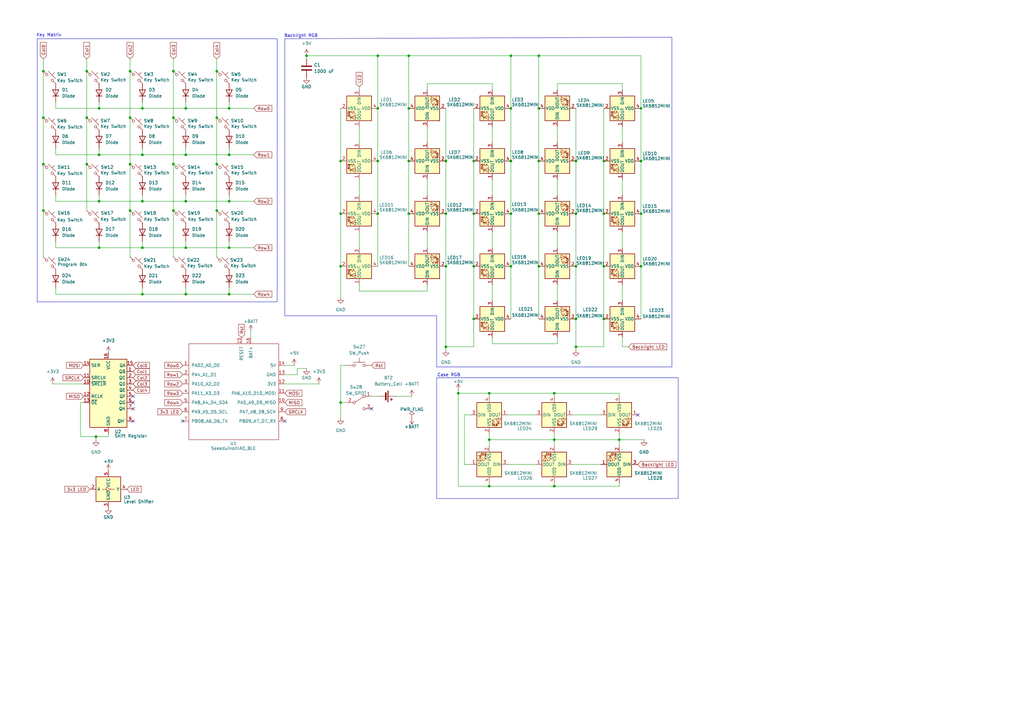
<source format=kicad_sch>
(kicad_sch (version 20250114) (generator "eeschema") (generator_version "9.0")
  (paper "A3")
  (rectangle (start 15.24 15.875) (end 113.665 123.825))
  (rectangle (start 179.07 154.94) (end 278.13 204.47))
  (text "Case RGB" (at 179.324 153.924 0) (effects (font (size 1.27 1.27)) (justify left)))
  (text "Backlight RGB\n" (at 123.444 14.732 0) (effects (font (size 1.27 1.27))))
  (text "Key Matrix" (at 20.066 14.478 0) (effects (font (size 1.27 1.27))))
  (junction (at 76.2 101.6))
  (junction (at 220.98 109.22))
  (junction (at 40.64 101.6))
  (junction (at 247.65 130.81))
  (junction (at 93.98 44.45))
  (junction (at 227.33 180.34))
  (junction (at 220.98 66.04))
  (junction (at 93.98 120.65))
  (junction (at 154.94 44.45))
  (junction (at 17.78 67.31))
  (junction (at 227.33 199.39))
  (junction (at 194.31 66.04))
  (junction (at 71.12 29.21))
  (junction (at 40.64 44.45))
  (junction (at 93.98 82.55))
  (junction (at 17.78 48.26))
  (junction (at 139.7 66.04))
  (junction (at 182.88 142.24))
  (junction (at 17.78 86.36))
  (junction (at 262.89 87.63))
  (junction (at 194.31 109.22))
  (junction (at 17.78 29.21))
  (junction (at 209.55 44.45))
  (junction (at 182.88 66.04))
  (junction (at 35.56 48.26))
  (junction (at 247.65 87.63))
  (junction (at 247.65 109.22))
  (junction (at 58.42 101.6))
  (junction (at 154.94 87.63))
  (junction (at 88.9 48.26))
  (junction (at 262.89 66.04))
  (junction (at 139.7 87.63))
  (junction (at 53.34 29.21))
  (junction (at 236.22 66.04))
  (junction (at 247.65 66.04))
  (junction (at 200.66 180.34))
  (junction (at 182.88 87.63))
  (junction (at 76.2 44.45))
  (junction (at 125.73 22.86))
  (junction (at 40.64 63.5))
  (junction (at 209.55 66.04))
  (junction (at 154.94 22.86))
  (junction (at 76.2 82.55))
  (junction (at 167.64 44.45))
  (junction (at 236.22 130.81))
  (junction (at 236.22 109.22))
  (junction (at 88.9 29.21))
  (junction (at 227.33 161.29))
  (junction (at 182.88 109.22))
  (junction (at 35.56 67.31))
  (junction (at 262.89 109.22))
  (junction (at 209.55 87.63))
  (junction (at 53.34 48.26))
  (junction (at 194.31 130.81))
  (junction (at 76.2 63.5))
  (junction (at 139.7 109.22))
  (junction (at 39.37 179.07))
  (junction (at 53.34 86.36))
  (junction (at 167.64 22.86))
  (junction (at 58.42 44.45))
  (junction (at 93.98 63.5))
  (junction (at 154.94 66.04))
  (junction (at 71.12 48.26))
  (junction (at 236.22 87.63))
  (junction (at 262.89 44.45))
  (junction (at 194.31 87.63))
  (junction (at 88.9 67.31))
  (junction (at 71.12 67.31))
  (junction (at 167.64 66.04))
  (junction (at 200.66 199.39))
  (junction (at 187.96 161.29))
  (junction (at 167.64 87.63))
  (junction (at 93.98 101.6))
  (junction (at 35.56 29.21))
  (junction (at 71.12 86.36))
  (junction (at 58.42 120.65))
  (junction (at 220.98 22.86))
  (junction (at 53.34 67.31))
  (junction (at 200.66 161.29))
  (junction (at 209.55 22.86))
  (junction (at 139.7 165.1))
  (junction (at 209.55 109.22))
  (junction (at 58.42 63.5))
  (junction (at 220.98 44.45))
  (junction (at 88.9 86.36))
  (junction (at 40.64 82.55))
  (junction (at 58.42 82.55))
  (junction (at 254 180.34))
  (junction (at 236.22 142.24))
  (junction (at 220.98 87.63))
  (junction (at 76.2 120.65))
  (no_connect (at 54.61 167.64))
  (no_connect (at 54.61 172.72))
  (no_connect (at 74.93 172.72))
  (no_connect (at 54.61 162.56))
  (no_connect (at 152.4 167.64))
  (no_connect (at 116.84 172.72))
  (no_connect (at 261.62 170.18))
  (no_connect (at 54.61 165.1))
  (polyline (pts (xy 179.07 129.54) (xy 116.84 129.54)))
  (wire (pts (xy 147.32 119.38) (xy 175.26 119.38)))
  (wire (pts (xy 234.95 170.18) (xy 246.38 170.18)))
  (wire (pts (xy 58.42 63.5) (xy 76.2 63.5)))
  (wire (pts (xy 39.37 179.07) (xy 44.45 179.07)))
  (wire (pts (xy 22.86 60.96) (xy 22.86 63.5)))
  (wire (pts (xy 154.94 22.86) (xy 167.64 22.86)))
  (wire (pts (xy 247.65 109.22) (xy 247.65 130.81)))
  (wire (pts (xy 22.86 118.11) (xy 22.86 120.65)))
  (wire (pts (xy 236.22 142.24) (xy 247.65 142.24)))
  (wire (pts (xy 200.66 177.8) (xy 200.66 180.34)))
  (wire (pts (xy 220.98 22.86) (xy 262.89 22.86)))
  (wire (pts (xy 201.93 73.66) (xy 201.93 80.01)))
  (wire (pts (xy 40.64 63.5) (xy 58.42 63.5)))
  (wire (pts (xy 93.98 80.01) (xy 93.98 82.55)))
  (wire (pts (xy 209.55 22.86) (xy 209.55 44.45)))
  (wire (pts (xy 262.89 109.22) (xy 262.89 130.81)))
  (wire (pts (xy 147.32 116.84) (xy 147.32 119.38)))
  (wire (pts (xy 236.22 87.63) (xy 236.22 109.22)))
  (wire (pts (xy 201.93 138.43) (xy 201.93 140.97)))
  (wire (pts (xy 228.6 73.66) (xy 228.6 80.01)))
  (wire (pts (xy 254 199.39) (xy 227.33 199.39)))
  (wire (pts (xy 182.88 44.45) (xy 182.88 66.04)))
  (wire (pts (xy 201.93 140.97) (xy 228.6 140.97)))
  (wire (pts (xy 76.2 44.45) (xy 93.98 44.45)))
  (wire (pts (xy 200.66 180.34) (xy 200.66 182.88)))
  (wire (pts (xy 58.42 101.6) (xy 76.2 101.6)))
  (wire (pts (xy 53.34 67.31) (xy 53.34 86.36)))
  (wire (pts (xy 44.45 179.07) (xy 44.45 177.8)))
  (wire (pts (xy 255.27 95.25) (xy 255.27 101.6)))
  (wire (pts (xy 40.64 60.96) (xy 40.64 63.5)))
  (wire (pts (xy 200.66 161.29) (xy 200.66 162.56)))
  (polyline (pts (xy 179.07 150.495) (xy 179.07 129.54)))
  (polyline (pts (xy 275.59 15.24) (xy 275.59 150.495)))
  (wire (pts (xy 220.98 22.86) (xy 220.98 44.45)))
  (wire (pts (xy 76.2 63.5) (xy 93.98 63.5)))
  (wire (pts (xy 53.34 29.21) (xy 53.34 48.26)))
  (wire (pts (xy 17.78 24.13) (xy 17.78 29.21)))
  (wire (pts (xy 88.9 48.26) (xy 88.9 67.31)))
  (wire (pts (xy 228.6 140.97) (xy 228.6 138.43)))
  (wire (pts (xy 254 177.8) (xy 254 180.34)))
  (wire (pts (xy 147.32 73.66) (xy 147.32 80.01)))
  (wire (pts (xy 76.2 99.06) (xy 76.2 101.6)))
  (wire (pts (xy 93.98 120.65) (xy 104.14 120.65)))
  (wire (pts (xy 147.32 95.25) (xy 147.32 101.6)))
  (wire (pts (xy 254 180.34) (xy 254 182.88)))
  (wire (pts (xy 247.65 130.81) (xy 247.65 142.24)))
  (wire (pts (xy 227.33 180.34) (xy 254 180.34)))
  (wire (pts (xy 17.78 29.21) (xy 17.78 48.26)))
  (wire (pts (xy 236.22 66.04) (xy 236.22 87.63)))
  (wire (pts (xy 227.33 198.12) (xy 227.33 199.39)))
  (wire (pts (xy 227.33 180.34) (xy 227.33 182.88)))
  (wire (pts (xy 182.88 142.24) (xy 194.31 142.24)))
  (wire (pts (xy 58.42 60.96) (xy 58.42 63.5)))
  (wire (pts (xy 71.12 29.21) (xy 71.12 48.26)))
  (wire (pts (xy 40.64 41.91) (xy 40.64 44.45)))
  (wire (pts (xy 139.7 109.22) (xy 139.7 121.92)))
  (wire (pts (xy 33.02 165.1) (xy 33.02 179.07)))
  (wire (pts (xy 58.42 99.06) (xy 58.42 101.6)))
  (wire (pts (xy 93.98 60.96) (xy 93.98 63.5)))
  (wire (pts (xy 194.31 87.63) (xy 194.31 109.22)))
  (wire (pts (xy 209.55 22.86) (xy 220.98 22.86)))
  (wire (pts (xy 162.56 162.56) (xy 168.91 162.56)))
  (wire (pts (xy 167.64 44.45) (xy 167.64 66.04)))
  (wire (pts (xy 58.42 44.45) (xy 76.2 44.45)))
  (wire (pts (xy 53.34 86.36) (xy 53.34 105.41)))
  (wire (pts (xy 255.27 73.66) (xy 255.27 80.01)))
  (wire (pts (xy 139.7 149.86) (xy 142.24 149.86)))
  (wire (pts (xy 194.31 130.81) (xy 194.31 142.24)))
  (wire (pts (xy 121.92 151.13) (xy 121.92 153.67)))
  (wire (pts (xy 76.2 101.6) (xy 93.98 101.6)))
  (wire (pts (xy 175.26 73.66) (xy 175.26 80.01)))
  (wire (pts (xy 254 161.29) (xy 254 162.56)))
  (wire (pts (xy 76.2 118.11) (xy 76.2 120.65)))
  (wire (pts (xy 200.66 199.39) (xy 187.96 199.39)))
  (wire (pts (xy 33.02 179.07) (xy 39.37 179.07)))
  (wire (pts (xy 175.26 116.84) (xy 175.26 119.38)))
  (wire (pts (xy 71.12 24.13) (xy 71.12 29.21)))
  (wire (pts (xy 227.33 161.29) (xy 227.33 162.56)))
  (wire (pts (xy 193.04 190.5) (xy 190.5 190.5)))
  (wire (pts (xy 208.28 190.5) (xy 219.71 190.5)))
  (wire (pts (xy 154.94 66.04) (xy 154.94 87.63)))
  (wire (pts (xy 139.7 87.63) (xy 139.7 109.22)))
  (wire (pts (xy 121.92 151.13) (xy 125.73 151.13)))
  (wire (pts (xy 40.64 82.55) (xy 58.42 82.55)))
  (wire (pts (xy 182.88 66.04) (xy 182.88 87.63)))
  (wire (pts (xy 236.22 130.81) (xy 236.22 142.24)))
  (wire (pts (xy 167.64 87.63) (xy 167.64 109.22)))
  (wire (pts (xy 255.27 116.84) (xy 255.27 123.19)))
  (wire (pts (xy 22.86 82.55) (xy 40.64 82.55)))
  (wire (pts (xy 76.2 120.65) (xy 93.98 120.65)))
  (wire (pts (xy 220.98 44.45) (xy 220.98 66.04)))
  (wire (pts (xy 35.56 24.13) (xy 35.56 29.21)))
  (wire (pts (xy 88.9 29.21) (xy 88.9 48.26)))
  (wire (pts (xy 209.55 44.45) (xy 209.55 66.04)))
  (wire (pts (xy 190.5 170.18) (xy 193.04 170.18)))
  (wire (pts (xy 139.7 165.1) (xy 139.7 149.86)))
  (wire (pts (xy 93.98 44.45) (xy 104.14 44.45)))
  (wire (pts (xy 228.6 95.25) (xy 228.6 101.6)))
  (wire (pts (xy 139.7 66.04) (xy 139.7 87.63)))
  (wire (pts (xy 40.64 80.01) (xy 40.64 82.55)))
  (wire (pts (xy 255.27 34.29) (xy 255.27 36.83)))
  (wire (pts (xy 201.93 52.07) (xy 201.93 58.42)))
  (polyline (pts (xy 116.84 15.875) (xy 275.59 15.24)))
  (wire (pts (xy 102.87 135.89) (xy 102.87 138.43)))
  (wire (pts (xy 167.64 66.04) (xy 167.64 87.63)))
  (wire (pts (xy 76.2 80.01) (xy 76.2 82.55)))
  (wire (pts (xy 88.9 67.31) (xy 88.9 86.36)))
  (wire (pts (xy 187.96 199.39) (xy 187.96 161.29)))
  (wire (pts (xy 255.27 138.43) (xy 255.27 142.24)))
  (wire (pts (xy 147.32 35.56) (xy 147.32 36.83)))
  (wire (pts (xy 22.86 99.06) (xy 22.86 101.6)))
  (wire (pts (xy 88.9 24.13) (xy 88.9 29.21)))
  (wire (pts (xy 58.42 118.11) (xy 58.42 120.65)))
  (wire (pts (xy 22.86 44.45) (xy 40.64 44.45)))
  (wire (pts (xy 227.33 161.29) (xy 254 161.29)))
  (wire (pts (xy 93.98 99.06) (xy 93.98 101.6)))
  (wire (pts (xy 262.89 44.45) (xy 262.89 66.04)))
  (wire (pts (xy 200.66 199.39) (xy 200.66 198.12)))
  (wire (pts (xy 254 198.12) (xy 254 199.39)))
  (wire (pts (xy 58.42 41.91) (xy 58.42 44.45)))
  (wire (pts (xy 247.65 44.45) (xy 247.65 66.04)))
  (wire (pts (xy 182.88 87.63) (xy 182.88 109.22)))
  (wire (pts (xy 167.64 22.86) (xy 167.64 44.45)))
  (wire (pts (xy 262.89 66.04) (xy 262.89 87.63)))
  (wire (pts (xy 209.55 109.22) (xy 209.55 130.81)))
  (wire (pts (xy 17.78 67.31) (xy 17.78 86.36)))
  (wire (pts (xy 262.89 22.86) (xy 262.89 44.45)))
  (wire (pts (xy 175.26 52.07) (xy 175.26 58.42)))
  (wire (pts (xy 58.42 80.01) (xy 58.42 82.55)))
  (wire (pts (xy 93.98 63.5) (xy 104.14 63.5)))
  (wire (pts (xy 76.2 41.91) (xy 76.2 44.45)))
  (wire (pts (xy 116.84 149.86) (xy 120.65 149.86)))
  (wire (pts (xy 22.86 63.5) (xy 40.64 63.5)))
  (wire (pts (xy 93.98 41.91) (xy 93.98 44.45)))
  (wire (pts (xy 147.32 52.07) (xy 147.32 58.42)))
  (wire (pts (xy 53.34 48.26) (xy 53.34 67.31)))
  (wire (pts (xy 139.7 165.1) (xy 142.24 165.1)))
  (wire (pts (xy 71.12 48.26) (xy 71.12 67.31)))
  (wire (pts (xy 93.98 118.11) (xy 93.98 120.65)))
  (wire (pts (xy 236.22 44.45) (xy 236.22 66.04)))
  (wire (pts (xy 190.5 190.5) (xy 190.5 170.18)))
  (wire (pts (xy 88.9 86.36) (xy 88.9 105.41)))
  (wire (pts (xy 40.64 101.6) (xy 58.42 101.6)))
  (wire (pts (xy 209.55 87.63) (xy 209.55 109.22)))
  (wire (pts (xy 76.2 60.96) (xy 76.2 63.5)))
  (wire (pts (xy 236.22 142.24) (xy 236.22 143.51)))
  (wire (pts (xy 71.12 86.36) (xy 71.12 105.41)))
  (wire (pts (xy 154.94 44.45) (xy 154.94 66.04)))
  (wire (pts (xy 35.56 48.26) (xy 35.56 67.31)))
  (wire (pts (xy 220.98 109.22) (xy 220.98 130.81)))
  (wire (pts (xy 255.27 52.07) (xy 255.27 58.42)))
  (wire (pts (xy 201.93 34.29) (xy 201.93 36.83)))
  (wire (pts (xy 154.94 162.56) (xy 152.4 162.56)))
  (wire (pts (xy 228.6 36.83) (xy 228.6 34.29)))
  (wire (pts (xy 93.98 101.6) (xy 104.14 101.6)))
  (wire (pts (xy 17.78 48.26) (xy 17.78 67.31)))
  (wire (pts (xy 22.86 80.01) (xy 22.86 82.55)))
  (wire (pts (xy 262.89 87.63) (xy 262.89 109.22)))
  (wire (pts (xy 40.64 99.06) (xy 40.64 101.6)))
  (wire (pts (xy 154.94 22.86) (xy 154.94 44.45)))
  (wire (pts (xy 76.2 82.55) (xy 93.98 82.55)))
  (wire (pts (xy 220.98 87.63) (xy 220.98 109.22)))
  (wire (pts (xy 209.55 66.04) (xy 209.55 87.63)))
  (wire (pts (xy 21.59 157.48) (xy 34.29 157.48)))
  (wire (pts (xy 247.65 87.63) (xy 247.65 109.22)))
  (wire (pts (xy 35.56 29.21) (xy 35.56 48.26)))
  (wire (pts (xy 58.42 82.55) (xy 76.2 82.55)))
  (polyline (pts (xy 116.84 15.875) (xy 116.84 129.54)))
  (wire (pts (xy 255.27 142.24) (xy 257.81 142.24)))
  (wire (pts (xy 17.78 86.36) (xy 17.78 105.41)))
  (wire (pts (xy 228.6 52.07) (xy 228.6 58.42)))
  (wire (pts (xy 236.22 109.22) (xy 236.22 130.81)))
  (wire (pts (xy 194.31 44.45) (xy 194.31 66.04)))
  (wire (pts (xy 254 180.34) (xy 264.16 180.34)))
  (polyline (pts (xy 275.59 150.495) (xy 179.07 150.495)))
  (wire (pts (xy 187.96 161.29) (xy 200.66 161.29)))
  (wire (pts (xy 93.98 82.55) (xy 104.14 82.55)))
  (wire (pts (xy 227.33 199.39) (xy 200.66 199.39)))
  (wire (pts (xy 125.73 24.13) (xy 125.73 22.86)))
  (wire (pts (xy 234.95 190.5) (xy 246.38 190.5)))
  (wire (pts (xy 227.33 177.8) (xy 227.33 180.34)))
  (wire (pts (xy 175.26 95.25) (xy 175.26 101.6)))
  (wire (pts (xy 22.86 101.6) (xy 40.64 101.6)))
  (wire (pts (xy 201.93 116.84) (xy 201.93 123.19)))
  (wire (pts (xy 58.42 120.65) (xy 76.2 120.65)))
  (wire (pts (xy 175.26 36.83) (xy 175.26 34.29)))
  (wire (pts (xy 121.92 153.67) (xy 116.84 153.67)))
  (wire (pts (xy 154.94 87.63) (xy 154.94 109.22)))
  (wire (pts (xy 201.93 95.25) (xy 201.93 101.6)))
  (wire (pts (xy 22.86 120.65) (xy 58.42 120.65)))
  (wire (pts (xy 182.88 142.24) (xy 182.88 143.51)))
  (wire (pts (xy 200.66 161.29) (xy 227.33 161.29)))
  (wire (pts (xy 139.7 44.45) (xy 139.7 66.04)))
  (wire (pts (xy 39.37 180.34) (xy 39.37 179.07)))
  (wire (pts (xy 247.65 66.04) (xy 247.65 87.63)))
  (wire (pts (xy 139.7 171.45) (xy 139.7 165.1)))
  (wire (pts (xy 187.96 160.02) (xy 187.96 161.29)))
  (wire (pts (xy 194.31 66.04) (xy 194.31 87.63)))
  (wire (pts (xy 53.34 24.13) (xy 53.34 29.21)))
  (wire (pts (xy 220.98 66.04) (xy 220.98 87.63)))
  (wire (pts (xy 71.12 67.31) (xy 71.12 86.36)))
  (wire (pts (xy 34.29 165.1) (xy 33.02 165.1)))
  (wire (pts (xy 22.86 41.91) (xy 22.86 44.45)))
  (wire (pts (xy 228.6 34.29) (xy 255.27 34.29)))
  (wire (pts (xy 167.64 22.86) (xy 209.55 22.86)))
  (wire (pts (xy 35.56 67.31) (xy 35.56 86.36)))
  (wire (pts (xy 182.88 109.22) (xy 182.88 142.24)))
  (wire (pts (xy 208.28 170.18) (xy 219.71 170.18)))
  (wire (pts (xy 40.64 44.45) (xy 58.42 44.45)))
  (wire (pts (xy 175.26 34.29) (xy 201.93 34.29)))
  (wire (pts (xy 125.73 22.86) (xy 154.94 22.86)))
  (wire (pts (xy 228.6 116.84) (xy 228.6 123.19)))
  (wire (pts (xy 194.31 109.22) (xy 194.31 130.81)))
  (wire (pts (xy 116.84 157.48) (xy 130.81 157.48)))
  (wire (pts (xy 200.66 180.34) (xy 227.33 180.34)))
  (global_label "Row3" (shape input) (at 74.93 161.29 180) (property "Intersheetrefs" "${INTERSHEET_REFS}" (effects (hide yes))))
  (global_label "Row2" (shape input) (at 74.93 157.48 180) (property "Intersheetrefs" "${INTERSHEET_REFS}" (effects (hide yes))))
  (global_label "Rst" (shape input) (at 152.4 149.86 0) (property "Intersheetrefs" "${INTERSHEET_REFS}" (effects (hide yes))))
  (global_label "Col2" (shape input) (at 53.34 24.13 90) (property "Intersheetrefs" "${INTERSHEET_REFS}" (effects (hide yes))))
  (global_label "Col0" (shape input) (at 54.61 149.86 0) (property "Intersheetrefs" "${INTERSHEET_REFS}" (effects (hide yes))))
  (global_label "3v3 LED" (shape input) (at 36.83 200.66 180) (property "Intersheetrefs" "${INTERSHEET_REFS}" (effects (hide yes))))
  (global_label "LED" (shape input) (at 147.32 35.56 90) (property "Intersheetrefs" "${INTERSHEET_REFS}" (effects (hide yes))))
  (global_label "Col1" (shape input) (at 54.61 152.4 0) (property "Intersheetrefs" "${INTERSHEET_REFS}" (effects (hide yes))))
  (global_label "MOSI" (shape input) (at 116.84 161.29 0) (property "Intersheetrefs" "${INTERSHEET_REFS}" (effects (hide yes))))
  (global_label "Row0" (shape input) (at 104.14 44.45 0) (property "Intersheetrefs" "${INTERSHEET_REFS}" (effects (hide yes))))
  (global_label "MOSI" (shape input) (at 34.29 149.86 180) (property "Intersheetrefs" "${INTERSHEET_REFS}" (effects (hide yes))))
  (global_label "Backlight LED" (shape input) (at 261.62 190.5 0) (property "Intersheetrefs" "${INTERSHEET_REFS}" (effects (hide yes))))
  (global_label "Row3" (shape input) (at 104.14 101.6 0) (property "Intersheetrefs" "${INTERSHEET_REFS}" (effects (hide yes))))
  (global_label "Backlight LED" (shape input) (at 257.81 142.24 0) (property "Intersheetrefs" "${INTERSHEET_REFS}" (effects (hide yes))))
  (global_label "SRCLK" (shape input) (at 34.29 154.94 180) (property "Intersheetrefs" "${INTERSHEET_REFS}" (effects (hide yes))))
  (global_label "Row4" (shape input) (at 104.14 120.65 0) (property "Intersheetrefs" "${INTERSHEET_REFS}" (effects (hide yes))))
  (global_label "Row2" (shape input) (at 104.14 82.55 0) (property "Intersheetrefs" "${INTERSHEET_REFS}" (effects (hide yes))))
  (global_label "Col4" (shape input) (at 54.61 160.02 0) (property "Intersheetrefs" "${INTERSHEET_REFS}" (effects (hide yes))))
  (global_label "Row1" (shape input) (at 104.14 63.5 0) (property "Intersheetrefs" "${INTERSHEET_REFS}" (effects (hide yes))))
  (global_label "Col0" (shape input) (at 17.78 24.13 90) (property "Intersheetrefs" "${INTERSHEET_REFS}" (effects (hide yes))))
  (global_label "Rst" (shape input) (at 99.06 138.43 90) (property "Intersheetrefs" "${INTERSHEET_REFS}" (effects (hide yes))))
  (global_label "LED" (shape input) (at 52.07 200.66 0) (property "Intersheetrefs" "${INTERSHEET_REFS}" (effects (hide yes))))
  (global_label "MISO" (shape input) (at 116.84 165.1 0) (property "Intersheetrefs" "${INTERSHEET_REFS}" (effects (hide yes))))
  (global_label "Col4" (shape input) (at 88.9 24.13 90) (property "Intersheetrefs" "${INTERSHEET_REFS}" (effects (hide yes))))
  (global_label "Row0" (shape input) (at 74.93 149.86 180) (property "Intersheetrefs" "${INTERSHEET_REFS}" (effects (hide yes))))
  (global_label "MISO" (shape input) (at 34.29 162.56 180) (property "Intersheetrefs" "${INTERSHEET_REFS}" (effects (hide yes))))
  (global_label "SRCLK" (shape input) (at 116.84 168.91 0) (property "Intersheetrefs" "${INTERSHEET_REFS}" (effects (hide yes))))
  (global_label "Row1" (shape input) (at 74.93 153.67 180) (property "Intersheetrefs" "${INTERSHEET_REFS}" (effects (hide yes))))
  (global_label "Row4" (shape input) (at 74.93 165.1 180) (property "Intersheetrefs" "${INTERSHEET_REFS}" (effects (hide yes))))
  (global_label "Col1" (shape input) (at 35.56 24.13 90) (property "Intersheetrefs" "${INTERSHEET_REFS}" (effects (hide yes))))
  (global_label "3v3 LED" (shape input) (at 74.93 168.91 180) (property "Intersheetrefs" "${INTERSHEET_REFS}" (effects (hide yes))))
  (global_label "Col2" (shape input) (at 54.61 154.94 0) (property "Intersheetrefs" "${INTERSHEET_REFS}" (effects (hide yes))))
  (global_label "Col3" (shape input) (at 54.61 157.48 0) (property "Intersheetrefs" "${INTERSHEET_REFS}" (effects (hide yes))))
  (global_label "Col3" (shape input) (at 71.12 24.13 90) (property "Intersheetrefs" "${INTERSHEET_REFS}" (effects (hide yes))))
  (symbol (lib_id "Switch:SW_Push_45deg") (at 73.66 31.75 0) (unit 1)
    (property "Reference" "SW4" (at 78.994 30.48 0))
    (property "Value" "Key Switch" (at 82.296 32.766 0))
    (property "Description" "Push button switch, normally open, two pins, 45° tilted" (effects (hide yes)))
  )
  (symbol (lib_id "Switch:SW_Push_45deg") (at 73.66 50.8 0) (unit 1)
    (property "Reference" "SW9" (at 78.994 49.53 0))
    (property "Value" "Key Switch" (at 82.296 51.816 0))
    (property "Description" "Push button switch, normally open, two pins, 45° tilted" (effects (hide yes)))
  )
  (symbol (lib_id "Diode:1N4148W") (at 76.2 38.1 90) (unit 1)
    (property "Reference" "D4" (at 78.74 36.8299 90) (effects (justify right)))
    (property "Value" "Diode" (at 78.74 39.3699 90) (effects (justify right)))
    (property "Footprint" "Diode_SMD:D_SOD-123" (effects (hide yes)))
    (property "Datasheet" "https://www.vishay.com/docs/85748/1n4148w.pdf" (effects (hide yes)))
    (property "Description" "75V 0.15A Fast Switching Diode, SOD-123" (effects (hide yes)))
    (property "Sim.Device" "D" (effects (hide yes)))
    (property "Sim.Pins" "1=K 2=A" (effects (hide yes)))
  )
  (symbol (lib_id "power:+5V") (at 187.96 160.02 0) (unit 1)
    (property "Reference" "#PWR05" (effects (hide yes)))
    (property "Value" "+5V" (at 187.96 156.464 0))
    (property "Description" "Power symbol creates a global label with name \"+5V\"" (effects (hide yes)))
  )
  (symbol (lib_id "Switch:SW_Push_45deg") (at 55.88 69.85 0) (unit 1)
    (property "Reference" "SW13" (at 61.468 68.58 0))
    (property "Value" "Key Switch" (at 64.262 70.866 0))
    (property "Description" "Push button switch, normally open, two pins, 45° tilted" (effects (hide yes)))
  )
  (symbol (lib_id "LED:SK6812MINI") (at 254 170.18 0) (unit 1)
    (property "Reference" "LED25" (at 268.732 175.768 0))
    (property "Value" "SK6812MINI" (at 265.938 173.736 0))
    (property "Footprint" "LED_SMD:LED_SK6812MINI_PLCC4_3.5x3.5mm_P1.75mm" (effects (hide yes)))
    (property "Datasheet" "https://cdn-shop.adafruit.com/product-files/2686/SK6812MINI_REV.01-1-2.pdf" (effects (hide yes)))
    (property "Description" "RGB LED with integrated controller" (effects (hide yes)))
  )
  (symbol (lib_id "power:GND") (at 44.45 208.28 0) (unit 1)
    (property "Reference" "#PWR025" (effects (hide yes)))
    (property "Value" "GND" (at 44.45 212.09 0))
    (property "Description" "Power symbol creates a global label with name \"GND\" , ground" (effects (hide yes)))
  )
  (symbol (lib_id "LED:SK6812MINI") (at 255.27 130.81 270) (unit 1)
    (property "Reference" "LED23" (at 269.24 127.254 90))
    (property "Value" "SK6812MINI" (at 269.24 129.794 90))
    (property "Footprint" "LED_SMD:LED_SK6812MINI_PLCC4_3.5x3.5mm_P1.75mm" (effects (hide yes)))
    (property "Datasheet" "https://cdn-shop.adafruit.com/product-files/2686/SK6812MINI_REV.01-1-2.pdf" (effects (hide yes)))
    (property "Description" "RGB LED with integrated controller" (effects (hide yes)))
  )
  (symbol (lib_id "Diode:1N4148W") (at 76.2 114.3 90) (unit 1)
    (property "Reference" "D22" (at 78.74 113.0299 90) (effects (justify right)))
    (property "Value" "Diode" (at 78.74 115.5699 90) (effects (justify right)))
    (property "Footprint" "Diode_SMD:D_SOD-123" (effects (hide yes)))
    (property "Datasheet" "https://www.vishay.com/docs/85748/1n4148w.pdf" (effects (hide yes)))
    (property "Description" "75V 0.15A Fast Switching Diode, SOD-123" (effects (hide yes)))
    (property "Sim.Device" "D" (effects (hide yes)))
    (property "Sim.Pins" "1=K 2=A" (effects (hide yes)))
  )
  (symbol (lib_id "power:+5V") (at 120.65 149.86 0) (unit 1)
    (property "Reference" "#PWR020" (effects (hide yes)))
    (property "Value" "+5V" (at 120.65 144.78 0))
    (property "Description" "Power symbol creates a global label with name \"+5V\"" (effects (hide yes)))
  )
  (symbol (lib_id "LED:SK6812MINI") (at 255.27 109.22 270) (unit 1)
    (property "Reference" "LED20" (at 266.446 106.172 90))
    (property "Value" "SK6812MINI" (at 269.24 108.204 90))
    (property "Footprint" "LED_SMD:LED_SK6812MINI_PLCC4_3.5x3.5mm_P1.75mm" (effects (hide yes)))
    (property "Datasheet" "https://cdn-shop.adafruit.com/product-files/2686/SK6812MINI_REV.01-1-2.pdf" (effects (hide yes)))
    (property "Description" "RGB LED with integrated controller" (effects (hide yes)))
  )
  (symbol (lib_id "Switch:SW_Push_45deg") (at 20.32 50.8 0) (unit 1)
    (property "Reference" "SW6" (at 25.4 49.53 0))
    (property "Value" "Key Switch" (at 28.702 52.07 0))
    (property "Description" "Push button switch, normally open, two pins, 45° tilted" (effects (hide yes)))
  )
  (symbol (lib_id "Diode:1N4148W") (at 93.98 38.1 90) (unit 1)
    (property "Reference" "D5" (at 96.52 36.8299 90) (effects (justify right)))
    (property "Value" "Diode" (at 96.52 39.3699 90) (effects (justify right)))
    (property "Footprint" "Diode_SMD:D_SOD-123" (effects (hide yes)))
    (property "Datasheet" "https://www.vishay.com/docs/85748/1n4148w.pdf" (effects (hide yes)))
    (property "Description" "75V 0.15A Fast Switching Diode, SOD-123" (effects (hide yes)))
    (property "Sim.Device" "D" (effects (hide yes)))
    (property "Sim.Pins" "1=K 2=A" (effects (hide yes)))
  )
  (symbol (lib_id "Switch:SW_Push_45deg") (at 91.44 107.95 0) (unit 1)
    (property "Reference" "SW23" (at 97.028 106.68 0))
    (property "Value" "Key Switch" (at 99.822 108.966 0))
    (property "Description" "Push button switch, normally open, two pins, 45° tilted" (effects (hide yes)))
  )
  (symbol (lib_id "Diode:1N4148W") (at 58.42 38.1 90) (unit 1)
    (property "Reference" "D3" (at 60.96 36.8299 90) (effects (justify right)))
    (property "Value" "Diode" (at 60.96 39.3699 90) (effects (justify right)))
    (property "Footprint" "Diode_SMD:D_SOD-123" (effects (hide yes)))
    (property "Datasheet" "https://www.vishay.com/docs/85748/1n4148w.pdf" (effects (hide yes)))
    (property "Description" "75V 0.15A Fast Switching Diode, SOD-123" (effects (hide yes)))
    (property "Sim.Device" "D" (effects (hide yes)))
    (property "Sim.Pins" "1=K 2=A" (effects (hide yes)))
  )
  (symbol (lib_id "Diode:1N4148W") (at 76.2 76.2 90) (unit 1)
    (property "Reference" "D14" (at 78.74 74.9299 90) (effects (justify right)))
    (property "Value" "Diode" (at 78.74 77.4699 90) (effects (justify right)))
    (property "Footprint" "Diode_SMD:D_SOD-123" (effects (hide yes)))
    (property "Datasheet" "https://www.vishay.com/docs/85748/1n4148w.pdf" (effects (hide yes)))
    (property "Description" "75V 0.15A Fast Switching Diode, SOD-123" (effects (hide yes)))
    (property "Sim.Device" "D" (effects (hide yes)))
    (property "Sim.Pins" "1=K 2=A" (effects (hide yes)))
  )
  (symbol (lib_id "Switch:SW_Push_45deg") (at 20.32 69.85 0) (unit 1)
    (property "Reference" "SW11" (at 26.162 68.58 0))
    (property "Value" "Key Switch" (at 28.702 71.12 0))
    (property "Description" "Push button switch, normally open, two pins, 45° tilted" (effects (hide yes)))
  )
  (symbol (lib_id "LED:SK6812MINI") (at 255.27 44.45 270) (unit 1)
    (property "Reference" "LED5" (at 265.938 41.402 90))
    (property "Value" "SK6812MINI" (at 269.24 43.434 90))
    (property "Footprint" "LED_SMD:LED_SK6812MINI_PLCC4_3.5x3.5mm_P1.75mm" (effects (hide yes)))
    (property "Datasheet" "https://cdn-shop.adafruit.com/product-files/2686/SK6812MINI_REV.01-1-2.pdf" (effects (hide yes)))
    (property "Description" "RGB LED with integrated controller" (effects (hide yes)))
  )
  (symbol (lib_id "Switch:SW_Push_45deg") (at 55.88 88.9 0) (unit 1)
    (property "Reference" "SW18" (at 61.468 87.376 0))
    (property "Value" "Key Switch" (at 64.262 89.916 0))
    (property "Description" "Push button switch, normally open, two pins, 45° tilted" (effects (hide yes)))
  )
  (symbol (lib_id "LED:SK6812MINI") (at 228.6 130.81 90) (unit 1)
    (property "Reference" "LED22" (at 242.062 127 90))
    (property "Value" "SK6812MINI" (at 242.062 129.54 90))
    (property "Footprint" "LED_SMD:LED_SK6812MINI_PLCC4_3.5x3.5mm_P1.75mm" (effects (hide yes)))
    (property "Datasheet" "https://cdn-shop.adafruit.com/product-files/2686/SK6812MINI_REV.01-1-2.pdf" (effects (hide yes)))
    (property "Description" "RGB LED with integrated controller" (effects (hide yes)))
  )
  (symbol (lib_id "Diode:1N4148W") (at 22.86 76.2 90) (unit 1)
    (property "Reference" "D11" (at 25.4 74.9299 90) (effects (justify right)))
    (property "Value" "Diode" (at 25.4 77.4699 90) (effects (justify right)))
    (property "Footprint" "Diode_SMD:D_SOD-123" (effects (hide yes)))
    (property "Datasheet" "https://www.vishay.com/docs/85748/1n4148w.pdf" (effects (hide yes)))
    (property "Description" "75V 0.15A Fast Switching Diode, SOD-123" (effects (hide yes)))
    (property "Sim.Device" "D" (effects (hide yes)))
    (property "Sim.Pins" "1=K 2=A" (effects (hide yes)))
  )
  (symbol (lib_id "power:+5V") (at 125.73 22.86 0) (unit 1)
    (property "Reference" "#PWR04" (effects (hide yes)))
    (property "Value" "+5V" (at 125.73 17.78 0))
    (property "Description" "Power symbol creates a global label with name \"+5V\"" (effects (hide yes)))
  )
  (symbol (lib_id "Diode:1N4148W") (at 58.42 114.3 90) (unit 1)
    (property "Reference" "D21" (at 60.96 113.0299 90) (effects (justify right)))
    (property "Value" "Diode" (at 60.96 115.5699 90) (effects (justify right)))
    (property "Footprint" "Diode_SMD:D_SOD-123" (effects (hide yes)))
    (property "Datasheet" "https://www.vishay.com/docs/85748/1n4148w.pdf" (effects (hide yes)))
    (property "Description" "75V 0.15A Fast Switching Diode, SOD-123" (effects (hide yes)))
    (property "Sim.Device" "D" (effects (hide yes)))
    (property "Sim.Pins" "1=K 2=A" (effects (hide yes)))
  )
  (symbol (lib_id "power:+3V3") (at 21.59 157.48 0) (unit 1)
    (property "Reference" "#PWR017" (effects (hide yes)))
    (property "Value" "+3V3" (at 21.59 152.4 0))
    (property "Description" "Power symbol creates a global label with name \"+3V3\"" (effects (hide yes)))
  )
  (symbol (lib_id "LED:SK6812MINI") (at 254 190.5 180) (unit 1)
    (property "Reference" "LED28" (at 268.732 196.088 0))
    (property "Value" "SK6812MINI" (at 265.938 194.056 0))
    (property "Footprint" "LED_SMD:LED_SK6812MINI_PLCC4_3.5x3.5mm_P1.75mm" (effects (hide yes)))
    (property "Datasheet" "https://cdn-shop.adafruit.com/product-files/2686/SK6812MINI_REV.01-1-2.pdf" (effects (hide yes)))
    (property "Description" "RGB LED with integrated controller" (effects (hide yes)))
  )
  (symbol (lib_id "power:GND") (at 139.7 121.92 0) (unit 1)
    (property "Reference" "#PWR01" (effects (hide yes)))
    (property "Value" "GND" (at 139.7 127 0))
    (property "Description" "Power symbol creates a global label with name \"GND\" , ground" (effects (hide yes)))
  )
  (symbol (lib_id "LED:SK6812MINI") (at 228.6 66.04 90) (unit 1)
    (property "Reference" "LED9" (at 239.522 62.738 90))
    (property "Value" "SK6812MINI" (at 242.062 64.77 90))
    (property "Footprint" "LED_SMD:LED_SK6812MINI_PLCC4_3.5x3.5mm_P1.75mm" (effects (hide yes)))
    (property "Datasheet" "https://cdn-shop.adafruit.com/product-files/2686/SK6812MINI_REV.01-1-2.pdf" (effects (hide yes)))
    (property "Description" "RGB LED with integrated controller" (effects (hide yes)))
  )
  (symbol (lib_id "Switch:SW_Push_45deg") (at 20.32 107.95 0) (unit 1)
    (property "Reference" "SW24" (at 26.162 106.426 0))
    (property "Value" "Program Btn" (at 29.718 108.458 0))
    (property "Description" "Push button switch, normally open, two pins, 45° tilted" (effects (hide yes)))
  )
  (symbol (lib_id "power:+3V3") (at 44.45 144.78 0) (unit 1)
    (property "Reference" "#PWR019" (effects (hide yes)))
    (property "Value" "+3V3" (at 44.45 139.7 0))
    (property "Description" "Power symbol creates a global label with name \"+3V3\"" (effects (hide yes)))
  )
  (symbol (lib_id "power:GND") (at 39.37 180.34 0) (unit 1)
    (property "Reference" "#PWR018" (effects (hide yes)))
    (property "Value" "GND" (at 39.37 185.42 0))
    (property "Description" "Power symbol creates a global label with name \"GND\" , ground" (effects (hide yes)))
  )
  (symbol (lib_id "74xx:74HC595") (at 44.45 160.02 0) (unit 1)
    (property "Reference" "U2" (at 46.99 177.038 0) (effects (justify left)))
    (property "Value" "Shift Register" (at 46.99 178.816 0) (effects (justify left)))
    (property "Datasheet" "http://www.ti.com/lit/ds/symlink/sn74hc595.pdf" (effects (hide yes)))
    (property "Description" "8-bit serial in/out Shift Register 3-State Outputs" (effects (hide yes)))
  )
  (symbol (lib_id "Switch:SW_Push_45deg") (at 91.44 69.85 0) (unit 1)
    (property "Reference" "SW15" (at 97.282 68.58 0))
    (property "Value" "Key Switch" (at 100.076 70.866 0))
    (property "Description" "Push button switch, normally open, two pins, 45° tilted" (effects (hide yes)))
  )
  (symbol (lib_id "power:+5V") (at 44.45 193.04 0) (unit 1)
    (property "Reference" "#PWR024" (effects (hide yes)))
    (property "Value" "+5V" (at 44.45 189.23 0))
    (property "Description" "Power symbol creates a global label with name \"+5V\"" (effects (hide yes)))
  )
  (symbol (lib_id "LED:SK6812MINI") (at 175.26 66.04 90) (unit 1)
    (property "Reference" "LED7" (at 186.436 62.484 90))
    (property "Value" "SK6812MINI" (at 188.976 64.516 90))
    (property "Footprint" "LED_SMD:LED_SK6812MINI_PLCC4_3.5x3.5mm_P1.75mm" (effects (hide yes)))
    (property "Datasheet" "https://cdn-shop.adafruit.com/product-files/2686/SK6812MINI_REV.01-1-2.pdf" (effects (hide yes)))
    (property "Description" "RGB LED with integrated controller" (effects (hide yes)))
  )
  (symbol (lib_id "Logic_LevelTranslator:SN74LV1T34DBV") (at 44.45 200.66 0) (unit 1)
    (property "Reference" "U3" (at 52.07 203.962 0))
    (property "Value" "Level Shifter" (at 56.896 205.74 0))
    (property "Footprint" "Package_TO_SOT_SMD:SOT-23-5" (effects (hide yes)))
    (property "Datasheet" "https://www.ti.com/lit/ds/symlink/sn74lv1t34.pdf" (effects (hide yes)))
    (property "Description" "Single Power Supply, Single Buffer GATE, CMOS Logic, Level Shifter, SOT-23-5" (effects (hide yes)))
  )
  (symbol (lib_id "LED:SK6812MINI") (at 228.6 44.45 90) (unit 1)
    (property "Reference" "LED4" (at 239.522 41.148 90))
    (property "Value" "SK6812MINI" (at 242.062 43.18 90))
    (property "Footprint" "LED_SMD:LED_SK6812MINI_PLCC4_3.5x3.5mm_P1.75mm" (effects (hide yes)))
    (property "Datasheet" "https://cdn-shop.adafruit.com/product-files/2686/SK6812MINI_REV.01-1-2.pdf" (effects (hide yes)))
    (property "Description" "RGB LED with integrated controller" (effects (hide yes)))
  )
  (symbol (lib_id "LED:SK6812MINI") (at 255.27 66.04 270) (unit 1)
    (property "Reference" "LED10" (at 266.446 62.992 90))
    (property "Value" "SK6812MINI" (at 269.24 65.024 90))
    (property "Footprint" "LED_SMD:LED_SK6812MINI_PLCC4_3.5x3.5mm_P1.75mm" (effects (hide yes)))
    (property "Datasheet" "https://cdn-shop.adafruit.com/product-files/2686/SK6812MINI_REV.01-1-2.pdf" (effects (hide yes)))
    (property "Description" "RGB LED with integrated controller" (effects (hide yes)))
  )
  (symbol (lib_id "Switch:SW_Push_45deg") (at 91.44 50.8 0) (unit 1)
    (property "Reference" "SW10" (at 97.282 49.53 0))
    (property "Value" "Key Switch" (at 100.076 51.816 0))
    (property "Description" "Push button switch, normally open, two pins, 45° tilted" (effects (hide yes)))
  )
  (symbol (lib_id "Diode:1N4148W") (at 40.64 57.15 90) (unit 1)
    (property "Reference" "D7" (at 43.18 55.8799 90) (effects (justify right)))
    (property "Value" "Diode" (at 43.18 58.4199 90) (effects (justify right)))
    (property "Footprint" "Diode_SMD:D_SOD-123" (effects (hide yes)))
    (property "Datasheet" "https://www.vishay.com/docs/85748/1n4148w.pdf" (effects (hide yes)))
    (property "Description" "75V 0.15A Fast Switching Diode, SOD-123" (effects (hide yes)))
    (property "Sim.Device" "D" (effects (hide yes)))
    (property "Sim.Pins" "1=K 2=A" (effects (hide yes)))
  )
  (symbol (lib_id "Diode:1N4148W") (at 22.86 95.25 90) (unit 1)
    (property "Reference" "D16" (at 25.4 93.9799 90) (effects (justify right)))
    (property "Value" "Diode" (at 25.4 96.5199 90) (effects (justify right)))
    (property "Footprint" "Diode_SMD:D_SOD-123" (effects (hide yes)))
    (property "Datasheet" "https://www.vishay.com/docs/85748/1n4148w.pdf" (effects (hide yes)))
    (property "Description" "75V 0.15A Fast Switching Diode, SOD-123" (effects (hide yes)))
    (property "Sim.Device" "D" (effects (hide yes)))
    (property "Sim.Pins" "1=K 2=A" (effects (hide yes)))
  )
  (symbol (lib_id "Diode:1N4148W") (at 93.98 57.15 90) (unit 1)
    (property "Reference" "D10" (at 96.52 55.8799 90) (effects (justify right)))
    (property "Value" "Diode" (at 96.52 58.4199 90) (effects (justify right)))
    (property "Footprint" "Diode_SMD:D_SOD-123" (effects (hide yes)))
    (property "Datasheet" "https://www.vishay.com/docs/85748/1n4148w.pdf" (effects (hide yes)))
    (property "Description" "75V 0.15A Fast Switching Diode, SOD-123" (effects (hide yes)))
    (property "Sim.Device" "D" (effects (hide yes)))
    (property "Sim.Pins" "1=K 2=A" (effects (hide yes)))
  )
  (symbol (lib_id "Switch:SW_Push") (at 147.32 149.86 0) (unit 1)
    (property "Reference" "Sw27" (at 147.32 142.24 0))
    (property "Value" "SW_Push" (at 147.32 144.78 0))
    (property "Description" "Push button switch, generic, two pins" (effects (hide yes)))
  )
  (symbol (lib_id "Diode:1N4148W") (at 40.64 95.25 90) (unit 1)
    (property "Reference" "D17" (at 43.18 93.9799 90) (effects (justify right)))
    (property "Value" "Diode" (at 43.18 96.5199 90) (effects (justify right)))
    (property "Footprint" "Diode_SMD:D_SOD-123" (effects (hide yes)))
    (property "Datasheet" "https://www.vishay.com/docs/85748/1n4148w.pdf" (effects (hide yes)))
    (property "Description" "75V 0.15A Fast Switching Diode, SOD-123" (effects (hide yes)))
    (property "Sim.Device" "D" (effects (hide yes)))
    (property "Sim.Pins" "1=K 2=A" (effects (hide yes)))
  )
  (symbol (lib_id "LED:SK6812MINI") (at 200.66 190.5 180) (unit 1)
    (property "Reference" "LED26" (at 215.392 196.088 0))
    (property "Value" "SK6812MINI" (at 212.598 194.056 0))
    (property "Footprint" "LED_SMD:LED_SK6812MINI_PLCC4_3.5x3.5mm_P1.75mm" (effects (hide yes)))
    (property "Datasheet" "https://cdn-shop.adafruit.com/product-files/2686/SK6812MINI_REV.01-1-2.pdf" (effects (hide yes)))
    (property "Description" "RGB LED with integrated controller" (effects (hide yes)))
  )
  (symbol (lib_id "LED:SK6812MINI") (at 228.6 109.22 90) (unit 1)
    (property "Reference" "LED19" (at 239.522 105.918 90))
    (property "Value" "SK6812MINI" (at 242.062 107.95 90))
    (property "Footprint" "LED_SMD:LED_SK6812MINI_PLCC4_3.5x3.5mm_P1.75mm" (effects (hide yes)))
    (property "Datasheet" "https://cdn-shop.adafruit.com/product-files/2686/SK6812MINI_REV.01-1-2.pdf" (effects (hide yes)))
    (property "Description" "RGB LED with integrated controller" (effects (hide yes)))
  )
  (symbol (lib_id "power:+BATT") (at 168.91 171.45 180) (unit 1)
    (property "Reference" "#PWR010" (effects (hide yes)))
    (property "Value" "+BATT" (at 168.91 175.006 0))
    (property "Description" "Power symbol creates a global label with name \"+BATT\"" (effects (hide yes)))
  )
  (symbol (lib_id "Switch:SW_Push_45deg") (at 38.1 50.8 0) (unit 1)
    (property "Reference" "SW7" (at 43.18 49.53 0))
    (property "Value" "Key Switch" (at 46.482 51.816 0))
    (property "Description" "Push button switch, normally open, two pins, 45° tilted" (effects (hide yes)))
  )
  (symbol (lib_id "LED:SK6812MINI") (at 175.26 87.63 90) (unit 1)
    (property "Reference" "LED12" (at 186.436 84.074 90))
    (property "Value" "SK6812MINI" (at 188.976 86.106 90))
    (property "Footprint" "LED_SMD:LED_SK6812MINI_PLCC4_3.5x3.5mm_P1.75mm" (effects (hide yes)))
    (property "Datasheet" "https://cdn-shop.adafruit.com/product-files/2686/SK6812MINI_REV.01-1-2.pdf" (effects (hide yes)))
    (property "Description" "RGB LED with integrated controller" (effects (hide yes)))
  )
  (symbol (lib_id "power:+BATT") (at 168.91 162.56 0) (unit 1)
    (property "Reference" "#PWR07" (effects (hide yes)))
    (property "Value" "+BATT" (at 168.91 157.48 0))
    (property "Description" "Power symbol creates a global label with name \"+BATT\"" (effects (hide yes)))
  )
  (symbol (lib_id "Diode:1N4148W") (at 58.42 76.2 90) (unit 1)
    (property "Reference" "D13" (at 60.96 74.9299 90) (effects (justify right)))
    (property "Value" "Diode" (at 60.96 77.4699 90) (effects (justify right)))
    (property "Footprint" "Diode_SMD:D_SOD-123" (effects (hide yes)))
    (property "Datasheet" "https://www.vishay.com/docs/85748/1n4148w.pdf" (effects (hide yes)))
    (property "Description" "75V 0.15A Fast Switching Diode, SOD-123" (effects (hide yes)))
    (property "Sim.Device" "D" (effects (hide yes)))
    (property "Sim.Pins" "1=K 2=A" (effects (hide yes)))
  )
  (symbol (lib_id "Switch:SW_Push_45deg") (at 38.1 69.85 0) (unit 1)
    (property "Reference" "SW12" (at 43.942 68.58 0))
    (property "Value" "Key Switch" (at 46.482 70.866 0))
    (property "Description" "Push button switch, normally open, two pins, 45° tilted" (effects (hide yes)))
  )
  (symbol (lib_id "LED:SK6812MINI") (at 201.93 109.22 270) (unit 1)
    (property "Reference" "LED18" (at 212.852 105.41 90))
    (property "Value" "SK6812MINI" (at 215.646 107.696 90))
    (property "Footprint" "LED_SMD:LED_SK6812MINI_PLCC4_3.5x3.5mm_P1.75mm" (effects (hide yes)))
    (property "Datasheet" "https://cdn-shop.adafruit.com/product-files/2686/SK6812MINI_REV.01-1-2.pdf" (effects (hide yes)))
    (property "Description" "RGB LED with integrated controller" (effects (hide yes)))
  )
  (symbol (lib_id "LED:SK6812MINI") (at 201.93 66.04 270) (unit 1)
    (property "Reference" "LED8" (at 212.344 62.484 90))
    (property "Value" "SK6812MINI" (at 215.646 64.516 90))
    (property "Footprint" "LED_SMD:LED_SK6812MINI_PLCC4_3.5x3.5mm_P1.75mm" (effects (hide yes)))
    (property "Datasheet" "https://cdn-shop.adafruit.com/product-files/2686/SK6812MINI_REV.01-1-2.pdf" (effects (hide yes)))
    (property "Description" "RGB LED with integrated controller" (effects (hide yes)))
  )
  (symbol (lib_id "LED:SK6812MINI") (at 147.32 87.63 270) (unit 1)
    (property "Reference" "LED11" (at 158.496 84.074 90))
    (property "Value" "SK6812MINI" (at 161.29 86.106 90))
    (property "Footprint" "LED_SMD:LED_SK6812MINI_PLCC4_3.5x3.5mm_P1.75mm" (effects (hide yes)))
    (property "Datasheet" "https://cdn-shop.adafruit.com/product-files/2686/SK6812MINI_REV.01-1-2.pdf" (effects (hide yes)))
    (property "Description" "RGB LED with integrated controller" (effects (hide yes)))
  )
  (symbol (lib_id "Switch:SW_Push_45deg") (at 73.66 69.85 0) (unit 1)
    (property "Reference" "SW14" (at 79.502 68.58 0))
    (property "Value" "Key Switch" (at 82.296 70.866 0))
    (property "Description" "Push button switch, normally open, two pins, 45° tilted" (effects (hide yes)))
  )
  (symbol (lib_id "Diode:1N4148W") (at 93.98 76.2 90) (unit 1)
    (property "Reference" "D15" (at 96.52 74.9299 90) (effects (justify right)))
    (property "Value" "Diode" (at 96.52 77.4699 90) (effects (justify right)))
    (property "Footprint" "Diode_SMD:D_SOD-123" (effects (hide yes)))
    (property "Datasheet" "https://www.vishay.com/docs/85748/1n4148w.pdf" (effects (hide yes)))
    (property "Description" "75V 0.15A Fast Switching Diode, SOD-123" (effects (hide yes)))
    (property "Sim.Device" "D" (effects (hide yes)))
    (property "Sim.Pins" "1=K 2=A" (effects (hide yes)))
  )
  (symbol (lib_id "LED:SK6812MINI") (at 147.32 109.22 270) (unit 1)
    (property "Reference" "LED16" (at 158.496 105.664 90))
    (property "Value" "SK6812MINI" (at 161.29 107.696 90))
    (property "Footprint" "LED_SMD:LED_SK6812MINI_PLCC4_3.5x3.5mm_P1.75mm" (effects (hide yes)))
    (property "Datasheet" "https://cdn-shop.adafruit.com/product-files/2686/SK6812MINI_REV.01-1-2.pdf" (effects (hide yes)))
    (property "Description" "RGB LED with integrated controller" (effects (hide yes)))
  )
  (symbol (lib_id "Diode:1N4148W") (at 40.64 38.1 90) (unit 1)
    (property "Reference" "D2" (at 43.18 36.8299 90) (effects (justify right)))
    (property "Value" "Diode" (at 43.18 39.3699 90) (effects (justify right)))
    (property "Footprint" "Diode_SMD:D_SOD-123" (effects (hide yes)))
    (property "Datasheet" "https://www.vishay.com/docs/85748/1n4148w.pdf" (effects (hide yes)))
    (property "Description" "75V 0.15A Fast Switching Diode, SOD-123" (effects (hide yes)))
    (property "Sim.Device" "D" (effects (hide yes)))
    (property "Sim.Pins" "1=K 2=A" (effects (hide yes)))
  )
  (symbol (lib_id "Switch:SW_Push_45deg") (at 55.88 50.8 0) (unit 1)
    (property "Reference" "SW8" (at 60.96 49.53 0))
    (property "Value" "Key Switch" (at 64.262 51.816 0))
    (property "Description" "Push button switch, normally open, two pins, 45° tilted" (effects (hide yes)))
  )
  (symbol (lib_id "Switch:SW_SPDT") (at 147.32 165.1 0) (unit 1)
    (property "Reference" "Sw28" (at 146.05 158.75 0))
    (property "Value" "SW_SPDT" (at 146.05 161.29 0))
    (property "Footprint" "Button_Switch_SMD:SW_SPDT_PCM12" (effects (hide yes)))
    (property "LCSC Part Number" "C221841" (effects (hide yes)))
  )
  (symbol (lib_id "Switch:SW_Push_45deg") (at 73.66 88.9 0) (unit 1)
    (property "Reference" "SW19" (at 79.502 87.376 0))
    (property "Value" "Key Switch" (at 82.296 89.916 0))
    (property "Description" "Push button switch, normally open, two pins, 45° tilted" (effects (hide yes)))
  )
  (symbol (lib_id "power:GND") (at 236.22 143.51 0) (unit 1)
    (property "Reference" "#PWR03" (effects (hide yes)))
    (property "Value" "GND" (at 236.22 148.59 0))
    (property "Description" "Power symbol creates a global label with name \"GND\" , ground" (effects (hide yes)))
  )
  (symbol (lib_id "power:GND") (at 139.7 171.45 0) (unit 1)
    (property "Reference" "#PWR023" (effects (hide yes)))
    (property "Value" "GND" (at 139.7 176.53 0))
    (property "Description" "Power symbol creates a global label with name \"GND\" , ground" (effects (hide yes)))
  )
  (symbol (lib_id "Seeeduino XIAO:SeeeduinoXIAO_BLE") (at 96.52 161.29 0) (unit 1)
    (property "Reference" "U1" (at 95.758 181.864 0))
    (property "Value" "SeeeduinoXIAO_BLE" (at 95.758 183.896 0))
    (property "Footprint" "zaphod:Seeeduino XIAO-MOUDLE14P-2.54-21X17.8MM" (effects (hide yes)))
  )
  (symbol (lib_id "Diode:1N4148W") (at 22.86 57.15 90) (unit 1)
    (property "Reference" "D6" (at 25.4 55.8799 90) (effects (justify right)))
    (property "Value" "Diode" (at 25.4 58.4199 90) (effects (justify right)))
    (property "Footprint" "Diode_SMD:D_SOD-123" (effects (hide yes)))
    (property "Datasheet" "https://www.vishay.com/docs/85748/1n4148w.pdf" (effects (hide yes)))
    (property "Description" "75V 0.15A Fast Switching Diode, SOD-123" (effects (hide yes)))
    (property "Sim.Device" "D" (effects (hide yes)))
    (property "Sim.Pins" "1=K 2=A" (effects (hide yes)))
  )
  (symbol (lib_id "Device:C") (at 125.73 27.94 0) (unit 1)
    (property "Reference" "C1" (at 128.778 26.67 0) (effects (justify left)))
    (property "Value" "1000 uF" (at 128.778 29.21 0) (effects (justify left)))
    (property "Description" "Unpolarized capacitor" (effects (hide yes)))
  )
  (symbol (lib_id "LED:SK6812MINI") (at 147.32 44.45 270) (unit 1)
    (property "Reference" "LED1" (at 158.496 40.894 90))
    (property "Value" "SK6812MINI" (at 161.29 42.926 90))
    (property "Footprint" "LED_SMD:LED_SK6812MINI_PLCC4_3.5x3.5mm_P1.75mm" (effects (hide yes)))
    (property "Datasheet" "https://cdn-shop.adafruit.com/product-files/2686/SK6812MINI_REV.01-1-2.pdf" (effects (hide yes)))
    (property "Description" "RGB LED with integrated controller" (effects (hide yes)))
  )
  (symbol (lib_id "LED:SK6812MINI") (at 201.93 44.45 270) (unit 1)
    (property "Reference" "LED3" (at 212.344 40.894 90))
    (property "Value" "SK6812MINI" (at 215.646 42.926 90))
    (property "Footprint" "LED_SMD:LED_SK6812MINI_PLCC4_3.5x3.5mm_P1.75mm" (effects (hide yes)))
    (property "Datasheet" "https://cdn-shop.adafruit.com/product-files/2686/SK6812MINI_REV.01-1-2.pdf" (effects (hide yes)))
    (property "Description" "RGB LED with integrated controller" (effects (hide yes)))
  )
  (symbol (lib_id "Switch:SW_Push_45deg") (at 38.1 88.9 0) (unit 1)
    (property "Reference" "SW17" (at 43.942 87.376 0))
    (property "Value" "Key Switch" (at 46.482 89.916 0))
    (property "Description" "Push button switch, normally open, two pins, 45° tilted" (effects (hide yes)))
  )
  (symbol (lib_id "LED:SK6812MINI") (at 227.33 190.5 180) (unit 1)
    (property "Reference" "LED27" (at 242.062 196.088 0))
    (property "Value" "SK6812MINI" (at 239.268 194.056 0))
    (property "Footprint" "LED_SMD:LED_SK6812MINI_PLCC4_3.5x3.5mm_P1.75mm" (effects (hide yes)))
    (property "Datasheet" "https://cdn-shop.adafruit.com/product-files/2686/SK6812MINI_REV.01-1-2.pdf" (effects (hide yes)))
    (property "Description" "RGB LED with integrated controller" (effects (hide yes)))
  )
  (symbol (lib_id "Diode:1N4148W") (at 22.86 38.1 90) (unit 1)
    (property "Reference" "D1" (at 25.4 36.8299 90) (effects (justify right)))
    (property "Value" "Diode" (at 25.4 39.3699 90) (effects (justify right)))
    (property "Footprint" "Diode_SMD:D_SOD-123" (effects (hide yes)))
    (property "Datasheet" "https://www.vishay.com/docs/85748/1n4148w.pdf" (effects (hide yes)))
    (property "Description" "75V 0.15A Fast Switching Diode, SOD-123" (effects (hide yes)))
    (property "Sim.Device" "D" (effects (hide yes)))
    (property "Sim.Pins" "1=K 2=A" (effects (hide yes)))
  )
  (symbol (lib_id "Diode:1N4148W") (at 76.2 95.25 90) (unit 1)
    (property "Reference" "D19" (at 78.74 93.9799 90) (effects (justify right)))
    (property "Value" "Diode" (at 78.74 96.5199 90) (effects (justify right)))
    (property "Footprint" "Diode_SMD:D_SOD-123" (effects (hide yes)))
    (property "Datasheet" "https://www.vishay.com/docs/85748/1n4148w.pdf" (effects (hide yes)))
    (property "Description" "75V 0.15A Fast Switching Diode, SOD-123" (effects (hide yes)))
    (property "Sim.Device" "D" (effects (hide yes)))
    (property "Sim.Pins" "1=K 2=A" (effects (hide yes)))
  )
  (symbol (lib_id "power:GND") (at 264.16 180.34 0) (unit 1)
    (property "Reference" "#PWR06" (effects (hide yes)))
    (property "Value" "GND" (at 264.16 185.42 0))
    (property "Description" "Power symbol creates a global label with name \"GND\" , ground" (effects (hide yes)))
  )
  (symbol (lib_id "LED:SK6812MINI") (at 228.6 87.63 90) (unit 1)
    (property "Reference" "LED14" (at 239.522 84.328 90))
    (property "Value" "SK6812MINI" (at 242.062 86.36 90))
    (property "Footprint" "LED_SMD:LED_SK6812MINI_PLCC4_3.5x3.5mm_P1.75mm" (effects (hide yes)))
    (property "Datasheet" "https://cdn-shop.adafruit.com/product-files/2686/SK6812MINI_REV.01-1-2.pdf" (effects (hide yes)))
    (property "Description" "RGB LED with integrated controller" (effects (hide yes)))
  )
  (symbol (lib_id "Diode:1N4148W") (at 40.64 76.2 90) (unit 1)
    (property "Reference" "D12" (at 43.18 74.9299 90) (effects (justify right)))
    (property "Value" "Diode" (at 43.18 77.4699 90) (effects (justify right)))
    (property "Footprint" "Diode_SMD:D_SOD-123" (effects (hide yes)))
    (property "Datasheet" "https://www.vishay.com/docs/85748/1n4148w.pdf" (effects (hide yes)))
    (property "Description" "75V 0.15A Fast Switching Diode, SOD-123" (effects (hide yes)))
    (property "Sim.Device" "D" (effects (hide yes)))
    (property "Sim.Pins" "1=K 2=A" (effects (hide yes)))
  )
  (symbol (lib_id "LED:SK6812MINI") (at 175.26 109.22 90) (unit 1)
    (property "Reference" "LED17" (at 186.436 105.664 90))
    (property "Value" "SK6812MINI" (at 188.976 107.696 90))
    (property "Footprint" "LED_SMD:LED_SK6812MINI_PLCC4_3.5x3.5mm_P1.75mm" (effects (hide yes)))
    (property "Datasheet" "https://cdn-shop.adafruit.com/product-files/2686/SK6812MINI_REV.01-1-2.pdf" (effects (hide yes)))
    (property "Description" "RGB LED with integrated controller" (effects (hide yes)))
  )
  (symbol (lib_id "Switch:SW_Push_45deg") (at 38.1 31.75 0) (unit 1)
    (property "Reference" "SW2" (at 43.18 30.48 0))
    (property "Value" "Key Switch" (at 46.482 32.766 0))
    (property "Description" "Push button switch, normally open, two pins, 45° tilted" (effects (hide yes)))
  )
  (symbol (lib_id "Switch:SW_Push_45deg") (at 20.32 31.75 0) (unit 1)
    (property "Reference" "SW1" (at 25.4 30.48 0))
    (property "Value" "Key Switch" (at 28.702 33.02 0))
    (property "Description" "Push button switch, normally open, two pins, 45° tilted" (effects (hide yes)))
  )
  (symbol (lib_id "Switch:SW_Push_45deg") (at 55.88 31.75 0) (unit 1)
    (property "Reference" "SW3" (at 60.96 30.48 0))
    (property "Value" "Key Switch" (at 64.262 32.766 0))
    (property "Description" "Push button switch, normally open, two pins, 45° tilted" (effects (hide yes)))
  )
  (symbol (lib_id "power:GND") (at 125.73 151.13 0) (unit 1)
    (property "Reference" "#PWR021" (effects (hide yes)))
    (property "Value" "GND" (at 125.73 154.94 0))
    (property "Description" "Power symbol creates a global label with name \"GND\" , ground" (effects (hide yes)))
  )
  (symbol (lib_id "power:+BATT") (at 102.87 135.89 0) (unit 1)
    (property "Reference" "#PWR09" (effects (hide yes)))
    (property "Value" "+BATT" (at 102.87 131.826 0))
    (property "Description" "Power symbol creates a global label with name \"+BATT\"" (effects (hide yes)))
  )
  (symbol (lib_id "Switch:SW_Push_45deg") (at 73.66 107.95 0) (unit 1)
    (property "Reference" "SW22" (at 79.248 106.68 0))
    (property "Value" "Key Switch" (at 82.042 108.966 0))
    (property "Description" "Push button switch, normally open, two pins, 45° tilted" (effects (hide yes)))
  )
  (symbol (lib_id "power:+3V3") (at 130.81 157.48 0) (unit 1)
    (property "Reference" "#PWR022" (effects (hide yes)))
    (property "Value" "+3V3" (at 130.81 152.4 0))
    (property "Description" "Power symbol creates a global label with name \"+3V3\"" (effects (hide yes)))
  )
  (symbol (lib_id "LED:SK6812MINI") (at 200.66 170.18 0) (unit 1)
    (property "Reference" "LED24" (at 215.138 175.768 0))
    (property "Value" "SK6812MINI" (at 212.344 173.736 0))
    (property "Footprint" "LED_SMD:LED_SK6812MINI_PLCC4_3.5x3.5mm_P1.75mm" (effects (hide yes)))
    (property "Datasheet" "https://cdn-shop.adafruit.com/product-files/2686/SK6812MINI_REV.01-1-2.pdf" (effects (hide yes)))
    (property "Description" "RGB LED with integrated controller" (effects (hide yes)))
  )
  (symbol (lib_id "Diode:1N4148W") (at 58.42 95.25 90) (unit 1)
    (property "Reference" "D18" (at 60.96 93.9799 90) (effects (justify right)))
    (property "Value" "Diode" (at 60.96 96.5199 90) (effects (justify right)))
    (property "Footprint" "Diode_SMD:D_SOD-123" (effects (hide yes)))
    (property "Datasheet" "https://www.vishay.com/docs/85748/1n4148w.pdf" (effects (hide yes)))
    (property "Description" "75V 0.15A Fast Switching Diode, SOD-123" (effects (hide yes)))
    (property "Sim.Device" "D" (effects (hide yes)))
    (property "Sim.Pins" "1=K 2=A" (effects (hide yes)))
  )
  (symbol (lib_id "Diode:1N4148W") (at 93.98 114.3 90) (unit 1)
    (property "Reference" "D23" (at 96.52 113.0299 90) (effects (justify right)))
    (property "Value" "Diode" (at 96.52 115.5699 90) (effects (justify right)))
    (property "Footprint" "Diode_SMD:D_SOD-123" (effects (hide yes)))
    (property "Datasheet" "https://www.vishay.com/docs/85748/1n4148w.pdf" (effects (hide yes)))
    (property "Description" "75V 0.15A Fast Switching Diode, SOD-123" (effects (hide yes)))
    (property "Sim.Device" "D" (effects (hide yes)))
    (property "Sim.Pins" "1=K 2=A" (effects (hide yes)))
  )
  (symbol (lib_id "Diode:1N4148W") (at 22.86 114.3 90) (unit 1)
    (property "Reference" "D24" (at 25.4 113.0299 90) (effects (justify right)))
    (property "Value" "Diode" (at 25.4 115.5699 90) (effects (justify right)))
    (property "Footprint" "Diode_SMD:D_SOD-123" (effects (hide yes)))
    (property "Datasheet" "https://www.vishay.com/docs/85748/1n4148w.pdf" (effects (hide yes)))
    (property "Description" "75V 0.15A Fast Switching Diode, SOD-123" (effects (hide yes)))
    (property "Sim.Device" "D" (effects (hide yes)))
    (property "Sim.Pins" "1=K 2=A" (effects (hide yes)))
  )
  (symbol (lib_id "LED:SK6812MINI") (at 227.33 170.18 0) (unit 1)
    (property "Reference" "LED29" (at 242.062 175.768 0))
    (property "Value" "SK6812MINI" (at 239.268 173.736 0))
    (property "Footprint" "LED_SMD:LED_SK6812MINI_PLCC4_3.5x3.5mm_P1.75mm" (effects (hide yes)))
    (property "Datasheet" "https://cdn-shop.adafruit.com/product-files/2686/SK6812MINI_REV.01-1-2.pdf" (effects (hide yes)))
    (property "Description" "RGB LED with integrated controller" (effects (hide yes)))
  )
  (symbol (lib_id "Diode:1N4148W") (at 93.98 95.25 90) (unit 1)
    (property "Reference" "D20" (at 96.52 93.9799 90) (effects (justify right)))
    (property "Value" "Diode" (at 96.52 96.5199 90) (effects (justify right)))
    (property "Footprint" "Diode_SMD:D_SOD-123" (effects (hide yes)))
    (property "Datasheet" "https://www.vishay.com/docs/85748/1n4148w.pdf" (effects (hide yes)))
    (property "Description" "75V 0.15A Fast Switching Diode, SOD-123" (effects (hide yes)))
    (property "Sim.Device" "D" (effects (hide yes)))
    (property "Sim.Pins" "1=K 2=A" (effects (hide yes)))
  )
  (symbol (lib_id "Diode:1N4148W") (at 76.2 57.15 90) (unit 1)
    (property "Reference" "D9" (at 78.74 55.8799 90) (effects (justify right)))
    (property "Value" "Diode" (at 78.74 58.4199 90) (effects (justify right)))
    (property "Footprint" "Diode_SMD:D_SOD-123" (effects (hide yes)))
    (property "Datasheet" "https://www.vishay.com/docs/85748/1n4148w.pdf" (effects (hide yes)))
    (property "Description" "75V 0.15A Fast Switching Diode, SOD-123" (effects (hide yes)))
    (property "Sim.Device" "D" (effects (hide yes)))
    (property "Sim.Pins" "1=K 2=A" (effects (hide yes)))
  )
  (symbol (lib_id "Switch:SW_Push_45deg") (at 91.44 31.75 0) (unit 1)
    (property "Reference" "SW5" (at 96.774 30.48 0))
    (property "Value" "Key Switch" (at 100.076 32.766 0))
    (property "Description" "Push button switch, normally open, two pins, 45° tilted" (effects (hide yes)))
  )
  (symbol (lib_id "LED:SK6812MINI") (at 255.27 87.63 270) (unit 1)
    (property "Reference" "LED15" (at 266.446 84.582 90))
    (property "Value" "SK6812MINI" (at 269.24 86.614 90))
    (property "Footprint" "LED_SMD:LED_SK6812MINI_PLCC4_3.5x3.5mm_P1.75mm" (effects (hide yes)))
    (property "Datasheet" "https://cdn-shop.adafruit.com/product-files/2686/SK6812MINI_REV.01-1-2.pdf" (effects (hide yes)))
    (property "Description" "RGB LED with integrated controller" (effects (hide yes)))
  )
  (symbol (lib_id "power:GND") (at 182.88 143.51 0) (unit 1)
    (property "Reference" "#PWR02" (effects (hide yes)))
    (property "Value" "GND" (at 182.88 148.59 0))
    (property "Description" "Power symbol creates a global label with name \"GND\" , ground" (effects (hide yes)))
  )
  (symbol (lib_id "Device:Battery_Cell") (at 157.48 162.56 270) (unit 1)
    (property "Reference" "BT2" (at 159.3215 154.94 90))
    (property "Value" "Battery_Cell" (at 159.3215 157.48 90))
    (property "Description" "Single-cell battery" (effects (hide yes)))
  )
  (symbol (lib_id "Switch:SW_Push_45deg") (at 55.88 107.95 0) (unit 1)
    (property "Reference" "SW21" (at 61.468 106.68 0))
    (property "Value" "Key Switch" (at 64.262 109.22 0))
    (property "Description" "Push button switch, normally open, two pins, 45° tilted" (effects (hide yes)))
  )
  (symbol (lib_id "Switch:SW_Push_45deg") (at 20.32 88.9 0) (unit 1)
    (property "Reference" "SW16" (at 26.162 87.376 0))
    (property "Value" "Key Switch" (at 28.702 90.17 0))
    (property "Description" "Push button switch, normally open, two pins, 45° tilted" (effects (hide yes)))
  )
  (symbol (lib_id "LED:SK6812MINI") (at 175.26 44.45 90) (unit 1)
    (property "Reference" "LED2" (at 186.436 40.894 90))
    (property "Value" "SK6812MINI" (at 188.976 42.926 90))
    (property "Footprint" "LED_SMD:LED_SK6812MINI_PLCC4_3.5x3.5mm_P1.75mm" (effects (hide yes)))
    (property "Datasheet" "https://cdn-shop.adafruit.com/product-files/2686/SK6812MINI_REV.01-1-2.pdf" (effects (hide yes)))
    (property "Description" "RGB LED with integrated controller" (effects (hide yes)))
  )
  (symbol (lib_id "Switch:SW_Push_45deg") (at 91.44 88.9 0) (unit 1)
    (property "Reference" "SW20" (at 97.282 87.376 0))
    (property "Value" "Key Switch" (at 100.076 89.916 0))
    (property "Description" "Push button switch, normally open, two pins, 45° tilted" (effects (hide yes)))
  )
  (symbol (lib_id "LED:SK6812MINI") (at 201.93 130.81 270) (unit 1)
    (property "Reference" "LED21" (at 215.646 126.746 90))
    (property "Value" "SK6812MINI" (at 215.646 129.286 90))
    (property "Footprint" "LED_SMD:LED_SK6812MINI_PLCC4_3.5x3.5mm_P1.75mm" (effects (hide yes)))
    (property "Datasheet" "https://cdn-shop.adafruit.com/product-files/2686/SK6812MINI_REV.01-1-2.pdf" (effects (hide yes)))
    (property "Description" "RGB LED with integrated controller" (effects (hide yes)))
  )
  (symbol (lib_id "LED:SK6812MINI") (at 147.32 66.04 270) (unit 1)
    (property "Reference" "LED6" (at 158.496 62.484 90))
    (property "Value" "SK6812MINI" (at 161.29 64.516 90))
    (property "Footprint" "LED_SMD:LED_SK6812MINI_PLCC4_3.5x3.5mm_P1.75mm" (effects (hide yes)))
    (property "Datasheet" "https://cdn-shop.adafruit.com/product-files/2686/SK6812MINI_REV.01-1-2.pdf" (effects (hide yes)))
    (property "Description" "RGB LED with integrated controller" (effects (hide yes)))
  )
  (symbol (lib_id "power:GND") (at 125.73 31.75 0) (unit 1)
    (property "Reference" "#PWR08" (effects (hide yes)))
    (property "Value" "GND" (at 125.73 35.56 0))
    (property "Description" "Power symbol creates a global label with name \"GND\" , ground" (effects (hide yes)))
  )
  (symbol (lib_id "LED:SK6812MINI") (at 201.93 87.63 270) (unit 1)
    (property "Reference" "LED13" (at 212.852 83.82 90))
    (property "Value" "SK6812MINI" (at 215.646 86.106 90))
    (property "Footprint" "LED_SMD:LED_SK6812MINI_PLCC4_3.5x3.5mm_P1.75mm" (effects (hide yes)))
    (property "Datasheet" "https://cdn-shop.adafruit.com/product-files/2686/SK6812MINI_REV.01-1-2.pdf" (effects (hide yes)))
    (property "Description" "RGB LED with integrated controller" (effects (hide yes)))
  )
  (symbol (lib_id "power:PWR_FLAG") (at 168.91 171.45 0) (unit 1)
    (property "Reference" "#FLG02" (effects (hide yes)))
    (property "Value" "PWR_FLAG" (at 168.91 167.894 0))
    (property "Description" "Special symbol for telling ERC where power comes from" (effects (hide yes)))
  )
  (symbol (lib_id "Diode:1N4148W") (at 58.42 57.15 90) (unit 1)
    (property "Reference" "D8" (at 60.96 55.8799 90) (effects (justify right)))
    (property "Value" "Diode" (at 60.96 58.4199 90) (effects (justify right)))
    (property "Footprint" "Diode_SMD:D_SOD-123" (effects (hide yes)))
    (property "Datasheet" "https://www.vishay.com/docs/85748/1n4148w.pdf" (effects (hide yes)))
    (property "Description" "75V 0.15A Fast Switching Diode, SOD-123" (effects (hide yes)))
    (property "Sim.Device" "D" (effects (hide yes)))
    (property "Sim.Pins" "1=K 2=A" (effects (hide yes)))
  )
)
</source>
